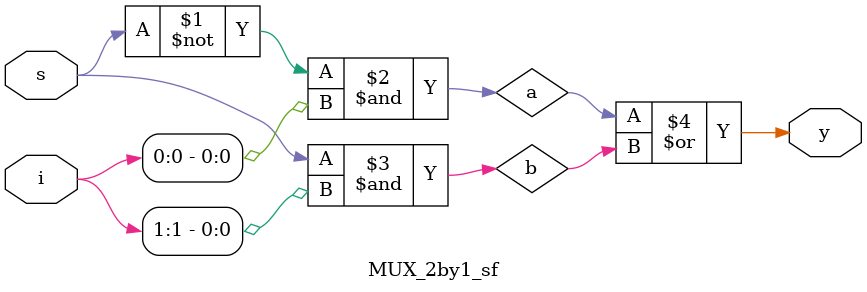
<source format=v>
`timescale 1ns / 1ps


module MUX_2by1_sf(y,s,i);
output y;
input s; 
input[1:0]i;

wire a,b,c;

and (a,~s,i[0]);

and (b,s,i[1]);

or(y,a,b);

endmodule

</source>
